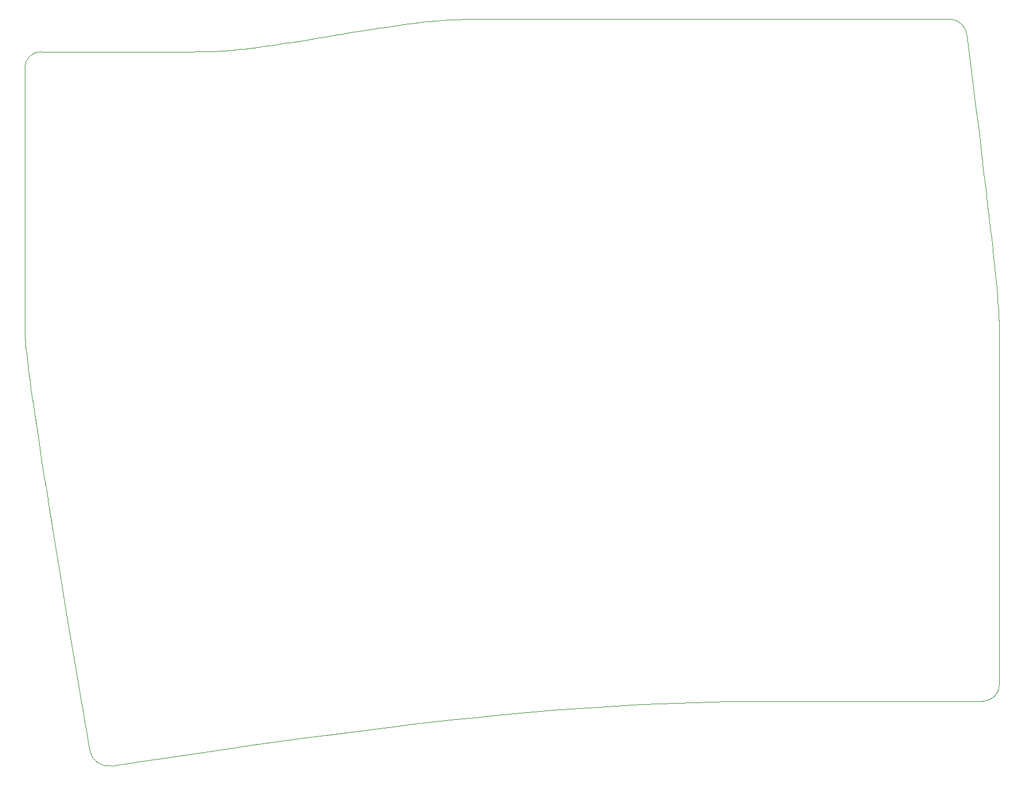
<source format=gbr>
%TF.GenerationSoftware,KiCad,Pcbnew,(6.0.4)*%
%TF.CreationDate,2022-10-11T17:37:43-05:00*%
%TF.ProjectId,GummyKey_Right,47756d6d-794b-4657-995f-52696768742e,rev?*%
%TF.SameCoordinates,Original*%
%TF.FileFunction,Profile,NP*%
%FSLAX46Y46*%
G04 Gerber Fmt 4.6, Leading zero omitted, Abs format (unit mm)*
G04 Created by KiCad (PCBNEW (6.0.4)) date 2022-10-11 17:37:43*
%MOMM*%
%LPD*%
G01*
G04 APERTURE LIST*
%TA.AperFunction,Profile*%
%ADD10C,0.100000*%
%TD*%
%ADD11C,0.100000*%
G04 APERTURE END LIST*
D10*
X97831250Y-47625000D02*
X76400000Y-47625000D01*
X209750000Y-42862500D02*
X140693750Y-42862500D01*
X212131296Y-45243747D02*
G75*
G03*
X209750000Y-42862500I-2562796J-181553D01*
G01*
D11*
X216893750Y-90487500D02*
X216893604Y-90046829D01*
X216892587Y-89613134D01*
X216889825Y-89179440D01*
X216884448Y-88738769D01*
X216875582Y-88284146D01*
X216862356Y-87808593D01*
X216843898Y-87305136D01*
X216819335Y-86766796D01*
X216787797Y-86186599D01*
X216748410Y-85557568D01*
X216700302Y-84872726D01*
X216642602Y-84125097D01*
X216574438Y-83307705D01*
X216494937Y-82413574D01*
X216403227Y-81435726D01*
X216298437Y-80367187D01*
X216179694Y-79200979D01*
X216046127Y-77930126D01*
X215896863Y-76547653D01*
X215731030Y-75046582D01*
X215547756Y-73419937D01*
X215346170Y-71660742D01*
X215125398Y-69762020D01*
X214884570Y-67716796D01*
X214622813Y-65518093D01*
X214339254Y-63158935D01*
X214033023Y-60632345D01*
X213703247Y-57931347D01*
X213349053Y-55048965D01*
X212969570Y-51978222D01*
X212563927Y-48712142D01*
X212131250Y-45243750D01*
D10*
X216893750Y-90487500D02*
X216893750Y-140493750D01*
X79971875Y-129182812D02*
X83543750Y-150018750D01*
X76400000Y-47624950D02*
G75*
G03*
X74018750Y-50006250I100J-2381350D01*
G01*
D11*
X184746875Y-142875000D02*
X182189242Y-142882048D01*
X179647669Y-142903486D01*
X177117284Y-142939748D01*
X174593218Y-142991271D01*
X172070602Y-143058491D01*
X169544564Y-143141844D01*
X167010234Y-143241765D01*
X164462744Y-143358691D01*
X161897222Y-143493058D01*
X159308798Y-143645301D01*
X156692604Y-143815858D01*
X154043768Y-144005163D01*
X151357420Y-144213653D01*
X148628691Y-144441764D01*
X145852711Y-144689932D01*
X143024609Y-144958593D01*
X140139515Y-145248183D01*
X137192560Y-145559138D01*
X134178873Y-145891894D01*
X131093585Y-146246887D01*
X127931824Y-146624553D01*
X124688722Y-147025328D01*
X121359409Y-147449648D01*
X117939013Y-147897949D01*
X114422666Y-148370667D01*
X110805496Y-148868238D01*
X107082635Y-149391099D01*
X103249212Y-149939685D01*
X99300357Y-150514431D01*
X95231200Y-151115776D01*
X91036871Y-151744153D01*
X86712500Y-152400000D01*
D10*
X184746875Y-142875000D02*
X214512500Y-142875000D01*
X214512500Y-142875050D02*
G75*
G03*
X216893750Y-140493750I-100J2381350D01*
G01*
D11*
X79971875Y-129182812D02*
X79431028Y-125876745D01*
X78923973Y-122763291D01*
X78449620Y-119836235D01*
X78006878Y-117089364D01*
X77594658Y-114516465D01*
X77211869Y-112111325D01*
X76857421Y-109867730D01*
X76530224Y-107779467D01*
X76229189Y-105840323D01*
X75953224Y-104044085D01*
X75701241Y-102384538D01*
X75472149Y-100855471D01*
X75264858Y-99450670D01*
X75078278Y-98163920D01*
X74911319Y-96989010D01*
X74762890Y-95919726D01*
X74631902Y-94949854D01*
X74517266Y-94073182D01*
X74417889Y-93283495D01*
X74332684Y-92574581D01*
X74260559Y-91940227D01*
X74200424Y-91374219D01*
X74151191Y-90870343D01*
X74111767Y-90422387D01*
X74081064Y-90024138D01*
X74057991Y-89669381D01*
X74041459Y-89351904D01*
X74030377Y-89065493D01*
X74023655Y-88803936D01*
X74020203Y-88561018D01*
X74018931Y-88330527D01*
X74018750Y-88106250D01*
D10*
X74018750Y-50006250D02*
X74018750Y-88106250D01*
D11*
X119262500Y-45243750D02*
X120567507Y-45027411D01*
X121805368Y-44824589D01*
X122978697Y-44634848D01*
X124090112Y-44457751D01*
X125142228Y-44292863D01*
X126137661Y-44139747D01*
X127079028Y-43997968D01*
X127968945Y-43867089D01*
X128810027Y-43746675D01*
X129604891Y-43636289D01*
X130356154Y-43535496D01*
X131066430Y-43443859D01*
X131738337Y-43360943D01*
X132374490Y-43286311D01*
X132977505Y-43219527D01*
X133550000Y-43160156D01*
X134094588Y-43107761D01*
X134613888Y-43061906D01*
X135110515Y-43022155D01*
X135587084Y-42988073D01*
X136046213Y-42959223D01*
X136490518Y-42935169D01*
X136922613Y-42915476D01*
X137345117Y-42899707D01*
X137760644Y-42887425D01*
X138171810Y-42878196D01*
X138581233Y-42871583D01*
X138991528Y-42867150D01*
X139405311Y-42864462D01*
X139825198Y-42863081D01*
X140253805Y-42862572D01*
X140693750Y-42862500D01*
X97831250Y-47625000D02*
X98271194Y-47624927D01*
X98699801Y-47624418D01*
X99119688Y-47623037D01*
X99533471Y-47620349D01*
X99943766Y-47615916D01*
X100353189Y-47609303D01*
X100764355Y-47600074D01*
X101179882Y-47587792D01*
X101602386Y-47572023D01*
X102034481Y-47552330D01*
X102478786Y-47528276D01*
X102937915Y-47499426D01*
X103414484Y-47465344D01*
X103911111Y-47425593D01*
X104430411Y-47379738D01*
X104975000Y-47327343D01*
X105547494Y-47267972D01*
X106150509Y-47201188D01*
X106786662Y-47126556D01*
X107458569Y-47043640D01*
X108168845Y-46952003D01*
X108920108Y-46851210D01*
X109714972Y-46740824D01*
X110556054Y-46620410D01*
X111445971Y-46489531D01*
X112387338Y-46347752D01*
X113382771Y-46194636D01*
X114434887Y-46029748D01*
X115546302Y-45852651D01*
X116719631Y-45662910D01*
X117957492Y-45460088D01*
X119262500Y-45243750D01*
D10*
X83543728Y-150018753D02*
G75*
G03*
X86712500Y-152400000I2772372J390253D01*
G01*
M02*

</source>
